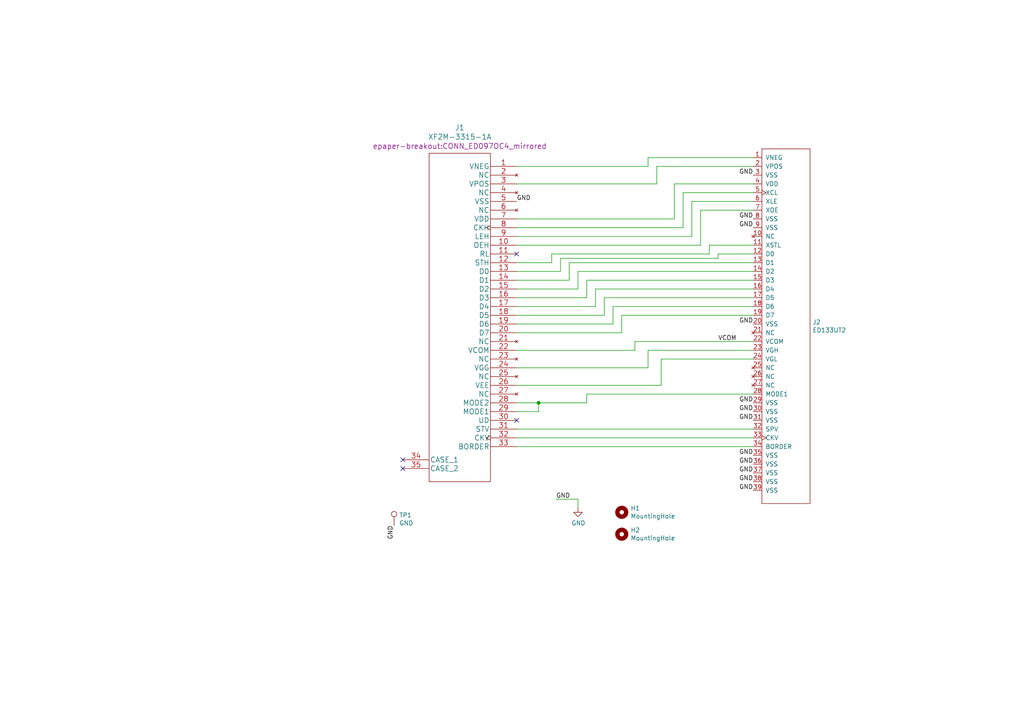
<source format=kicad_sch>
(kicad_sch (version 20230121) (generator eeschema)
  (paper "A4")
  (lib_symbols
    (symbol "Connector:TestPoint" (pin_numbers hide) (pin_names (offset 0.762) hide)
      (property "Reference" "TP" (at 0 6.858 0))
      (property "Value" "TestPoint" (at 0 5.08 0))
      (symbol "TestPoint_0_1"
        (circle (center 0 3.302) (radius 0.762))
      )
      (symbol "TestPoint_1_1"
        (pin passive line (at 0 0 90) (length 2.54) (name "1") (number "1"))
      )
    )
    (symbol "Mechanical:MountingHole" (pin_names (offset 1.016))
      (property "Reference" "H" (at 0 5.08 0))
      (property "Value" "MountingHole" (at 0 3.175 0))
      (symbol "MountingHole_0_1"
        (circle (center 0 0) (radius 1.27) (stroke (width 1.27)))
      )
    )
    (symbol "ed133ut2_connector-rescue:ED133UT2-epd_breakout" (pin_names (offset 1.016))
      (property "Reference" "J" (at 0 0 0))
      (property "Value" "epd_breakout_ED133UT2" (at 0 2.54 0))
      (symbol "ED133UT2-epd_breakout_0_1"
        (rectangle (start -5.08 -1.27) (end 8.89 -104.14))
      )
      (symbol "ED133UT2-epd_breakout_1_1"
        (pin power_in line (at -7.62 -3.81 0) (length 2.54) (name "VNEG") (number "1"))
        (pin no_connect line (at -7.62 -26.67 0) (length 2.54) (name "NC") (number "10"))
        (pin input line (at -7.62 -29.21 0) (length 2.54) (name "XSTL") (number "11"))
        (pin input line (at -7.62 -31.75 0) (length 2.54) (name "D0") (number "12"))
        (pin input line (at -7.62 -34.29 0) (length 2.54) (name "D1") (number "13"))
        (pin input line (at -7.62 -36.83 0) (length 2.54) (name "D2") (number "14"))
        (pin input line (at -7.62 -39.37 0) (length 2.54) (name "D3") (number "15"))
        (pin input line (at -7.62 -41.91 0) (length 2.54) (name "D4") (number "16"))
        (pin input line (at -7.62 -44.45 0) (length 2.54) (name "D5") (number "17"))
        (pin input line (at -7.62 -46.99 0) (length 2.54) (name "D6") (number "18"))
        (pin input line (at -7.62 -49.53 0) (length 2.54) (name "D7") (number "19"))
        (pin power_in line (at -7.62 -6.35 0) (length 2.54) (name "VPOS") (number "2"))
        (pin input line (at -7.62 -52.07 0) (length 2.54) (name "VSS") (number "20"))
        (pin no_connect line (at -7.62 -54.61 0) (length 2.54) (name "NC") (number "21"))
        (pin power_in line (at -7.62 -57.15 0) (length 2.54) (name "VCOM") (number "22"))
        (pin power_in line (at -7.62 -59.69 0) (length 2.54) (name "VGH") (number "23"))
        (pin power_in line (at -7.62 -62.23 0) (length 2.54) (name "VGL") (number "24"))
        (pin no_connect line (at -7.62 -64.77 0) (length 2.54) (name "NC") (number "25"))
        (pin no_connect line (at -7.62 -67.31 0) (length 2.54) (name "NC") (number "26"))
        (pin no_connect line (at -7.62 -69.85 0) (length 2.54) (name "NC") (number "27"))
        (pin input line (at -7.62 -72.39 0) (length 2.54) (name "MODE1") (number "28"))
        (pin power_in line (at -7.62 -74.93 0) (length 2.54) (name "VSS") (number "29"))
        (pin power_in line (at -7.62 -8.89 0) (length 2.54) (name "VSS") (number "3"))
        (pin power_in line (at -7.62 -77.47 0) (length 2.54) (name "VSS") (number "30"))
        (pin power_in line (at -7.62 -80.01 0) (length 2.54) (name "VSS") (number "31"))
        (pin input line (at -7.62 -82.55 0) (length 2.54) (name "SPV") (number "32"))
        (pin input clock (at -7.62 -85.09 0) (length 2.54) (name "CKV") (number "33"))
        (pin power_in line (at -7.62 -87.63 0) (length 2.54) (name "BORDER") (number "34"))
        (pin power_in line (at -7.62 -90.17 0) (length 2.54) (name "VSS") (number "35"))
        (pin power_in line (at -7.62 -92.71 0) (length 2.54) (name "VSS") (number "36"))
        (pin power_in line (at -7.62 -95.25 0) (length 2.54) (name "VSS") (number "37"))
        (pin power_in line (at -7.62 -97.79 0) (length 2.54) (name "VSS") (number "38"))
        (pin power_in line (at -7.62 -100.33 0) (length 2.54) (name "VSS") (number "39"))
        (pin power_in line (at -7.62 -11.43 0) (length 2.54) (name "VDD") (number "4"))
        (pin input clock (at -7.62 -13.97 0) (length 2.54) (name "XCL") (number "5"))
        (pin input line (at -7.62 -16.51 0) (length 2.54) (name "XLE") (number "6"))
        (pin input line (at -7.62 -19.05 0) (length 2.54) (name "XOE") (number "7"))
        (pin power_in line (at -7.62 -21.59 0) (length 2.54) (name "VSS") (number "8"))
        (pin power_in line (at -7.62 -24.13 0) (length 2.54) (name "VSS") (number "9"))
      )
    )
    (symbol "ed133ut2_connector-rescue:XF2M-3315-1A-epd_breakout" (pin_names (offset 0.254))
      (property "Reference" "J" (at 16.51 13.97 0))
      (property "Value" "epd_breakout_XF2M-3315-1A" (at 16.51 11.43 0))
      (property "Footprint" "epaper-breakout:CONN_ED097OC4" (at 16.51 10.16 0))
      (symbol "XF2M-3315-1A-epd_breakout_0_1"
        (rectangle (start 25.4 -86.36) (end 7.62 8.89))
      )
      (symbol "XF2M-3315-1A-epd_breakout_1_0"
        (pin power_in line (at 0 5.08 0) (length 7.62) (name "VNEG") (number "1"))
        (pin input line (at 0 -17.78 0) (length 7.62) (name "OEH") (number "10"))
        (pin input line (at 0 -20.32 0) (length 7.62) (name "RL") (number "11"))
        (pin input line (at 0 -22.86 0) (length 7.62) (name "STH") (number "12"))
        (pin input line (at 0 -25.4 0) (length 7.62) (name "D0") (number "13"))
        (pin input line (at 0 -27.94 0) (length 7.62) (name "D1") (number "14"))
        (pin input line (at 0 -30.48 0) (length 7.62) (name "D2") (number "15"))
        (pin input line (at 0 -33.02 0) (length 7.62) (name "D3") (number "16"))
        (pin input line (at 0 -35.56 0) (length 7.62) (name "D4") (number "17"))
        (pin input line (at 0 -38.1 0) (length 7.62) (name "D5") (number "18"))
        (pin input line (at 0 -40.64 0) (length 7.62) (name "D6") (number "19"))
        (pin no_connect line (at 0 2.54 0) (length 7.62) (name "NC") (number "2"))
        (pin input line (at 0 -43.18 0) (length 7.62) (name "D7") (number "20"))
        (pin no_connect line (at 0 -45.72 0) (length 7.62) (name "NC") (number "21"))
        (pin power_in line (at 0 -48.26 0) (length 7.62) (name "VCOM") (number "22"))
        (pin no_connect line (at 0 -50.8 0) (length 7.62) (name "NC") (number "23"))
        (pin power_in line (at 0 -53.34 0) (length 7.62) (name "VGG") (number "24"))
        (pin no_connect line (at 0 -55.88 0) (length 7.62) (name "NC") (number "25"))
        (pin power_in line (at 0 -58.42 0) (length 7.62) (name "VEE") (number "26"))
        (pin no_connect line (at 0 -60.96 0) (length 7.62) (name "NC") (number "27"))
        (pin input line (at 0 -63.5 0) (length 7.62) (name "MODE2") (number "28"))
        (pin input line (at 0 -66.04 0) (length 7.62) (name "MODE1") (number "29"))
        (pin power_in line (at 0 0 0) (length 7.62) (name "VPOS") (number "3"))
        (pin input line (at 0 -68.58 0) (length 7.62) (name "UD") (number "30"))
        (pin input line (at 0 -71.12 0) (length 7.62) (name "STV") (number "31"))
        (pin input clock (at 0 -73.66 0) (length 7.62) (name "CKV") (number "32"))
        (pin input line (at 0 -76.2 0) (length 7.62) (name "BORDER") (number "33"))
        (pin unspecified line (at 33.02 -80.01 180) (length 7.62) (name "CASE_1") (number "34"))
        (pin unspecified line (at 33.02 -82.55 180) (length 7.62) (name "CASE_2") (number "35"))
        (pin no_connect line (at 0 -2.54 0) (length 7.62) (name "NC") (number "4"))
        (pin power_in line (at 0 -5.08 0) (length 7.62) (name "VSS") (number "5"))
        (pin no_connect line (at 0 -7.62 0) (length 7.62) (name "NC") (number "6"))
        (pin power_in line (at 0 -10.16 0) (length 7.62) (name "VDD") (number "7"))
        (pin input clock (at 0 -12.7 0) (length 7.62) (name "CKH") (number "8"))
        (pin input line (at 0 -15.24 0) (length 7.62) (name "LEH") (number "9"))
      )
    )
    (symbol "power:GND" (power) (pin_names (offset 0))
      (property "Value" "GND" (at 0 -3.81 0))
      (symbol "GND_0_1"
        (polyline (pts (xy 0 0) (xy 0 -1.27) (xy 1.27 -1.27) (xy 0 -2.54) (xy -1.27 -1.27) (xy 0 -1.27)))
      )
      (symbol "GND_1_1"
        (pin power_in line (at 0 0 270) (length 0) hide (name "GND") (number "1"))
      )
    )
  )
  (junction (at 156.21 116.84))
  (no_connect (at 116.84 133.35))
  (no_connect (at 149.86 121.92))
  (no_connect (at 149.86 73.66))
  (no_connect (at 116.84 135.89))
  (wire (pts (xy 187.96 101.6) (xy 218.44 101.6)))
  (wire (pts (xy 170.18 86.36) (xy 170.18 81.28)))
  (wire (pts (xy 149.86 76.2) (xy 160.02 76.2)))
  (wire (pts (xy 149.86 111.76) (xy 191.77 111.76)))
  (wire (pts (xy 167.64 144.78) (xy 167.64 147.32)))
  (wire (pts (xy 149.86 81.28) (xy 165.1 81.28)))
  (wire (pts (xy 149.86 106.68) (xy 187.96 106.68)))
  (wire (pts (xy 160.02 73.66) (xy 205.74 73.66)))
  (wire (pts (xy 177.8 93.98) (xy 177.8 88.9)))
  (wire (pts (xy 161.29 144.78) (xy 167.64 144.78)))
  (wire (pts (xy 172.72 83.82) (xy 218.44 83.82)))
  (wire (pts (xy 170.18 116.84) (xy 156.21 116.84)))
  (wire (pts (xy 191.77 111.76) (xy 191.77 104.14)))
  (wire (pts (xy 187.96 45.72) (xy 218.44 45.72)))
  (wire (pts (xy 184.15 99.06) (xy 218.44 99.06)))
  (wire (pts (xy 218.44 55.88) (xy 198.12 55.88)))
  (wire (pts (xy 195.58 53.34) (xy 195.58 63.5)))
  (wire (pts (xy 187.96 106.68) (xy 187.96 101.6)))
  (wire (pts (xy 208.28 74.93) (xy 208.28 73.66)))
  (wire (pts (xy 180.34 91.44) (xy 218.44 91.44)))
  (wire (pts (xy 203.2 60.96) (xy 203.2 71.12)))
  (wire (pts (xy 156.21 116.84) (xy 156.21 119.38)))
  (wire (pts (xy 170.18 81.28) (xy 218.44 81.28)))
  (wire (pts (xy 149.86 68.58) (xy 200.66 68.58)))
  (wire (pts (xy 149.86 86.36) (xy 170.18 86.36)))
  (wire (pts (xy 205.74 71.12) (xy 218.44 71.12)))
  (wire (pts (xy 149.86 53.34) (xy 190.5 53.34)))
  (wire (pts (xy 184.15 101.6) (xy 184.15 99.06)))
  (wire (pts (xy 160.02 76.2) (xy 160.02 73.66)))
  (wire (pts (xy 149.86 93.98) (xy 177.8 93.98)))
  (wire (pts (xy 149.86 78.74) (xy 162.56 78.74)))
  (wire (pts (xy 187.96 48.26) (xy 187.96 45.72)))
  (wire (pts (xy 218.44 114.3) (xy 170.18 114.3)))
  (wire (pts (xy 162.56 74.93) (xy 208.28 74.93)))
  (wire (pts (xy 198.12 55.88) (xy 198.12 66.04)))
  (wire (pts (xy 149.86 129.54) (xy 218.44 129.54)))
  (wire (pts (xy 165.1 81.28) (xy 165.1 76.2)))
  (wire (pts (xy 149.86 96.52) (xy 180.34 96.52)))
  (wire (pts (xy 167.64 83.82) (xy 167.64 78.74)))
  (wire (pts (xy 180.34 96.52) (xy 180.34 91.44)))
  (wire (pts (xy 162.56 78.74) (xy 162.56 74.93)))
  (wire (pts (xy 156.21 116.84) (xy 149.86 116.84)))
  (wire (pts (xy 170.18 114.3) (xy 170.18 116.84)))
  (wire (pts (xy 218.44 53.34) (xy 195.58 53.34)))
  (wire (pts (xy 175.26 91.44) (xy 175.26 86.36)))
  (wire (pts (xy 149.86 88.9) (xy 172.72 88.9)))
  (wire (pts (xy 149.86 127) (xy 218.44 127)))
  (wire (pts (xy 190.5 48.26) (xy 218.44 48.26)))
  (wire (pts (xy 198.12 66.04) (xy 149.86 66.04)))
  (wire (pts (xy 208.28 73.66) (xy 218.44 73.66)))
  (wire (pts (xy 167.64 78.74) (xy 218.44 78.74)))
  (wire (pts (xy 177.8 88.9) (xy 218.44 88.9)))
  (wire (pts (xy 156.21 119.38) (xy 149.86 119.38)))
  (wire (pts (xy 165.1 76.2) (xy 218.44 76.2)))
  (wire (pts (xy 205.74 73.66) (xy 205.74 71.12)))
  (wire (pts (xy 195.58 63.5) (xy 149.86 63.5)))
  (wire (pts (xy 149.86 91.44) (xy 175.26 91.44)))
  (wire (pts (xy 203.2 71.12) (xy 149.86 71.12)))
  (wire (pts (xy 200.66 68.58) (xy 200.66 58.42)))
  (wire (pts (xy 218.44 124.46) (xy 149.86 124.46)))
  (wire (pts (xy 149.86 101.6) (xy 184.15 101.6)))
  (wire (pts (xy 191.77 104.14) (xy 218.44 104.14)))
  (wire (pts (xy 218.44 60.96) (xy 203.2 60.96)))
  (wire (pts (xy 175.26 86.36) (xy 218.44 86.36)))
  (wire (pts (xy 149.86 48.26) (xy 187.96 48.26)))
  (wire (pts (xy 172.72 88.9) (xy 172.72 83.82)))
  (wire (pts (xy 200.66 58.42) (xy 218.44 58.42)))
  (wire (pts (xy 149.86 83.82) (xy 167.64 83.82)))
  (wire (pts (xy 190.5 53.34) (xy 190.5 48.26)))
  (label "GND" (at 218.44 93.98 180))
  (label "GND" (at 218.44 119.38 180))
  (label "GND" (at 218.44 139.7 180))
  (label "GND" (at 114.3 152.4 270))
  (label "GND" (at 218.44 63.5 180))
  (label "GND" (at 149.86 58.42 0))
  (label "GND" (at 218.44 66.04 180))
  (label "GND" (at 218.44 116.84 180))
  (label "GND" (at 218.44 132.08 180))
  (label "GND" (at 218.44 121.92 180))
  (label "GND" (at 218.44 137.16 180))
  (label "GND" (at 161.29 144.78 0))
  (label "GND" (at 218.44 134.62 180))
  (label "GND" (at 218.44 50.8 180))
  (label "VCOM" (at 208.28 99.06 0))
  (label "GND" (at 218.44 142.24 180))
  (symbol (lib_id "ed133ut2_connector-rescue:XF2M-3315-1A-epd_breakout") (at 149.86 53.34 0) (mirror y) (unit 1)
    (property "Reference" "J1" (at 133.35 37.0078 0) (effects (font (size 1.524 1.524))))
    (property "Value" "XF2M-3315-1A" (at 133.35 39.7002 0) (effects (font (size 1.524 1.524))))
    (property "Footprint" "epaper-breakout:CONN_ED097OC4_mirrored" (at 133.35 42.3926 0) (effects (font (size 1.524 1.524))))
  )
  (symbol (lib_id "ed133ut2_connector-rescue:ED133UT2-epd_breakout") (at 226.06 41.91 0) (unit 1)
    (property "Reference" "J2" (at 235.6612 93.4466 0) (effects (justify left)))
    (property "Value" "ED133UT2" (at 235.6612 95.758 0) (effects (justify left)))
    (property "Footprint" "epaper-breakout:HRS_FH26W-39S-0.3SHW(60)" (effects hide))
  )
  (symbol (lib_id "power:GND") (at 167.64 147.32 0) (unit 1)
    (property "Reference" "#PWR0101" (effects hide))
    (property "Value" "GND" (at 167.767 151.7142 0))
  )
  (symbol (lib_id "Mechanical:MountingHole") (at 180.34 148.59 0) (unit 1)
    (property "Reference" "H1" (at 182.88 147.4216 0) (effects (justify left)))
    (property "Value" "MountingHole" (at 182.88 149.733 0) (effects (justify left)))
    (property "Footprint" "MountingHole:MountingHole_2.2mm_M2" (effects hide))
  )
  (symbol (lib_id "Mechanical:MountingHole") (at 180.34 154.94 0) (unit 1)
    (property "Reference" "H2" (at 182.88 153.7716 0) (effects (justify left)))
    (property "Value" "MountingHole" (at 182.88 156.083 0) (effects (justify left)))
    (property "Footprint" "MountingHole:MountingHole_2.2mm_M2" (effects hide))
  )
  (symbol (lib_id "Connector:TestPoint") (at 114.3 152.4 0) (unit 1)
    (property "Reference" "TP1" (at 115.7732 149.4028 0) (effects (justify left)))
    (property "Value" "GND" (at 115.7732 151.7142 0) (effects (justify left)))
    (property "Footprint" "TestPoint:TestPoint_Pad_D2.0mm" (effects hide))
  )
)
</source>
